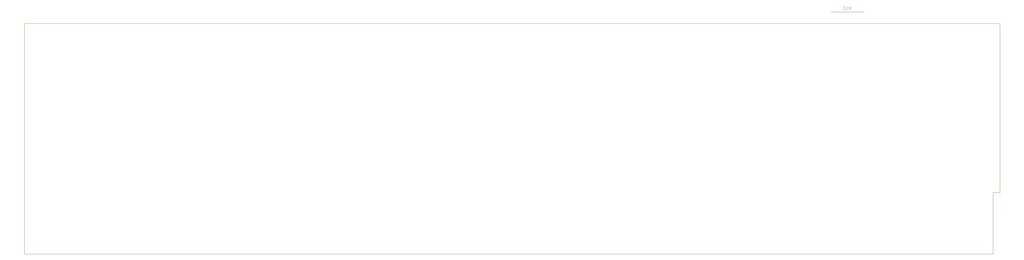
<source format=gko>
*%FSLAX23Y23*%
*%MOIN*%
G01*
D11*
X15746Y6683D02*
X15828D01*
X15746Y5943D02*
X4096D01*
Y8718D02*
X15828D01*
X15746Y6683D02*
Y5943D01*
X15828Y6683D02*
Y8718D01*
X4096D02*
Y5943D01*
D12*
X13951Y8893D02*
X13963D01*
X13957D01*
Y8928D01*
X13958D01*
X13957D02*
X13951Y8922D01*
X13986Y8916D02*
X14003D01*
X13986D02*
X13980Y8910D01*
Y8899D01*
X13986Y8893D01*
X14003D01*
X14015D02*
Y8916D01*
X14021D01*
X14027Y8910D01*
Y8893D01*
Y8910D01*
X14033Y8916D01*
X14038Y8910D01*
Y8893D01*
D14*
X15828Y8718D02*
X4096D01*
Y5943D02*
X15746D01*
Y6683D02*
X15828D01*
X14196Y8858D02*
X13796D01*
X15828Y8718D02*
Y6683D01*
X4096Y5943D02*
Y8718D01*
X15746Y6683D02*
Y5943D01*
D02*
M02*

</source>
